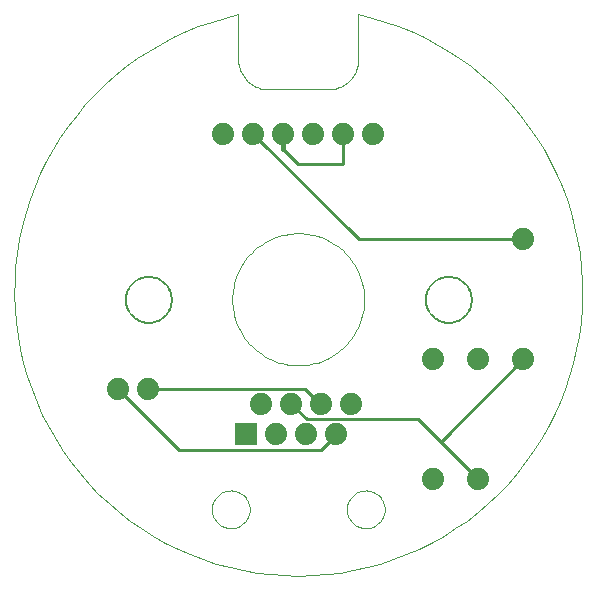
<source format=gbl>
G75*
G70*
%OFA0B0*%
%FSLAX24Y24*%
%IPPOS*%
%LPD*%
%AMOC8*
5,1,8,0,0,1.08239X$1,22.5*
%
%ADD10C,0.0010*%
%ADD11C,0.0000*%
%ADD12C,0.0740*%
%ADD13R,0.0740X0.0740*%
%ADD14C,0.0100*%
%ADD15C,0.0160*%
D10*
X003797Y011402D02*
X003799Y011458D01*
X003805Y011513D01*
X003815Y011568D01*
X003829Y011622D01*
X003846Y011675D01*
X003867Y011726D01*
X003892Y011776D01*
X003921Y011824D01*
X003953Y011869D01*
X003988Y011913D01*
X004025Y011954D01*
X004066Y011991D01*
X004110Y012026D01*
X004155Y012058D01*
X004203Y012087D01*
X004253Y012112D01*
X004304Y012133D01*
X004357Y012150D01*
X004411Y012164D01*
X004466Y012174D01*
X004521Y012180D01*
X004577Y012182D01*
X004633Y012180D01*
X004688Y012174D01*
X004743Y012164D01*
X004797Y012150D01*
X004850Y012133D01*
X004901Y012112D01*
X004951Y012087D01*
X004999Y012058D01*
X005044Y012026D01*
X005088Y011991D01*
X005129Y011954D01*
X005166Y011913D01*
X005201Y011869D01*
X005233Y011824D01*
X005262Y011776D01*
X005287Y011726D01*
X005308Y011675D01*
X005325Y011622D01*
X005339Y011568D01*
X005349Y011513D01*
X005355Y011458D01*
X005357Y011402D01*
X005355Y011346D01*
X005349Y011291D01*
X005339Y011236D01*
X005325Y011182D01*
X005308Y011129D01*
X005287Y011078D01*
X005262Y011028D01*
X005233Y010980D01*
X005201Y010935D01*
X005166Y010891D01*
X005129Y010850D01*
X005088Y010813D01*
X005044Y010778D01*
X004999Y010746D01*
X004951Y010717D01*
X004901Y010692D01*
X004850Y010671D01*
X004797Y010654D01*
X004743Y010640D01*
X004688Y010630D01*
X004633Y010624D01*
X004577Y010622D01*
X004521Y010624D01*
X004466Y010630D01*
X004411Y010640D01*
X004357Y010654D01*
X004304Y010671D01*
X004253Y010692D01*
X004203Y010717D01*
X004155Y010746D01*
X004110Y010778D01*
X004066Y010813D01*
X004025Y010850D01*
X003988Y010891D01*
X003953Y010935D01*
X003921Y010980D01*
X003892Y011028D01*
X003867Y011078D01*
X003846Y011129D01*
X003829Y011182D01*
X003815Y011236D01*
X003805Y011291D01*
X003799Y011346D01*
X003797Y011402D01*
X007377Y011402D02*
X007380Y011510D01*
X007388Y011618D01*
X007401Y011725D01*
X007419Y011831D01*
X007443Y011937D01*
X007472Y012041D01*
X007506Y012143D01*
X007544Y012244D01*
X007588Y012343D01*
X007637Y012439D01*
X007690Y012533D01*
X007748Y012624D01*
X007810Y012713D01*
X007876Y012798D01*
X007947Y012879D01*
X008021Y012958D01*
X008100Y013032D01*
X008181Y013103D01*
X008266Y013169D01*
X008355Y013231D01*
X008446Y013289D01*
X008540Y013342D01*
X008636Y013391D01*
X008735Y013435D01*
X008836Y013473D01*
X008938Y013507D01*
X009042Y013536D01*
X009148Y013560D01*
X009254Y013578D01*
X009361Y013591D01*
X009469Y013599D01*
X009577Y013602D01*
X009685Y013599D01*
X009793Y013591D01*
X009900Y013578D01*
X010006Y013560D01*
X010112Y013536D01*
X010216Y013507D01*
X010318Y013473D01*
X010419Y013435D01*
X010518Y013391D01*
X010614Y013342D01*
X010708Y013289D01*
X010799Y013231D01*
X010888Y013169D01*
X010973Y013103D01*
X011054Y013032D01*
X011133Y012958D01*
X011207Y012879D01*
X011278Y012798D01*
X011344Y012713D01*
X011406Y012624D01*
X011464Y012533D01*
X011517Y012439D01*
X011566Y012343D01*
X011610Y012244D01*
X011648Y012143D01*
X011682Y012041D01*
X011711Y011937D01*
X011735Y011831D01*
X011753Y011725D01*
X011766Y011618D01*
X011774Y011510D01*
X011777Y011402D01*
X011774Y011294D01*
X011766Y011186D01*
X011753Y011079D01*
X011735Y010973D01*
X011711Y010867D01*
X011682Y010763D01*
X011648Y010661D01*
X011610Y010560D01*
X011566Y010461D01*
X011517Y010365D01*
X011464Y010271D01*
X011406Y010180D01*
X011344Y010091D01*
X011278Y010006D01*
X011207Y009925D01*
X011133Y009846D01*
X011054Y009772D01*
X010973Y009701D01*
X010888Y009635D01*
X010799Y009573D01*
X010708Y009515D01*
X010614Y009462D01*
X010518Y009413D01*
X010419Y009369D01*
X010318Y009331D01*
X010216Y009297D01*
X010112Y009268D01*
X010006Y009244D01*
X009900Y009226D01*
X009793Y009213D01*
X009685Y009205D01*
X009577Y009202D01*
X009469Y009205D01*
X009361Y009213D01*
X009254Y009226D01*
X009148Y009244D01*
X009042Y009268D01*
X008938Y009297D01*
X008836Y009331D01*
X008735Y009369D01*
X008636Y009413D01*
X008540Y009462D01*
X008446Y009515D01*
X008355Y009573D01*
X008266Y009635D01*
X008181Y009701D01*
X008100Y009772D01*
X008021Y009846D01*
X007947Y009925D01*
X007876Y010006D01*
X007810Y010091D01*
X007748Y010180D01*
X007690Y010271D01*
X007637Y010365D01*
X007588Y010461D01*
X007544Y010560D01*
X007506Y010661D01*
X007472Y010763D01*
X007443Y010867D01*
X007419Y010973D01*
X007401Y011079D01*
X007388Y011186D01*
X007380Y011294D01*
X007377Y011402D01*
X007577Y020902D02*
X007128Y020794D01*
X006685Y020663D01*
X006249Y020511D01*
X005820Y020338D01*
X005401Y020145D01*
X004992Y019931D01*
X004593Y019697D01*
X004206Y019445D01*
X003833Y019173D01*
X003473Y018884D01*
X003127Y018578D01*
X002797Y018255D01*
X002483Y017916D01*
X002185Y017562D01*
X001906Y017195D01*
X001645Y016814D01*
X001402Y016421D01*
X001179Y016016D01*
X000976Y015601D01*
X000794Y015177D01*
X000632Y014744D01*
X000492Y014304D01*
X000374Y013858D01*
X000277Y013406D01*
X000202Y012950D01*
X000150Y012491D01*
X000121Y012030D01*
X000113Y011568D01*
X000129Y011107D01*
X000167Y010646D01*
X000227Y010188D01*
X000309Y009734D01*
X000414Y009284D01*
X000541Y008840D01*
X000688Y008402D01*
X000858Y007972D01*
X001048Y007551D01*
X001258Y007140D01*
X001488Y006739D01*
X001737Y006351D01*
X002005Y005974D01*
X002291Y005612D01*
X002595Y005263D01*
X002915Y004930D01*
X003251Y004613D01*
X003601Y004313D01*
X003967Y004030D01*
X004345Y003766D01*
X004736Y003520D01*
X005139Y003293D01*
X005552Y003087D01*
X005975Y002900D01*
X006406Y002735D01*
X006845Y002591D01*
X007290Y002468D01*
X007741Y002368D01*
X008196Y002289D01*
X008655Y002233D01*
X009115Y002199D01*
X009577Y002188D01*
X010039Y002199D01*
X010499Y002233D01*
X010958Y002289D01*
X011413Y002368D01*
X011864Y002468D01*
X012309Y002591D01*
X012748Y002735D01*
X013179Y002900D01*
X013602Y003087D01*
X014015Y003293D01*
X014418Y003520D01*
X014809Y003766D01*
X015187Y004030D01*
X015553Y004313D01*
X015903Y004613D01*
X016239Y004930D01*
X016559Y005263D01*
X016863Y005612D01*
X017149Y005974D01*
X017417Y006351D01*
X017666Y006739D01*
X017896Y007140D01*
X018106Y007551D01*
X018296Y007972D01*
X018466Y008402D01*
X018613Y008840D01*
X018740Y009284D01*
X018845Y009734D01*
X018927Y010188D01*
X018987Y010646D01*
X019025Y011107D01*
X019041Y011568D01*
X019033Y012030D01*
X019004Y012491D01*
X018952Y012950D01*
X018877Y013406D01*
X018780Y013858D01*
X018662Y014304D01*
X018522Y014744D01*
X018360Y015177D01*
X018178Y015601D01*
X017975Y016016D01*
X017752Y016421D01*
X017509Y016814D01*
X017248Y017195D01*
X016969Y017562D01*
X016671Y017916D01*
X016357Y018255D01*
X016027Y018578D01*
X015681Y018884D01*
X015321Y019173D01*
X014948Y019445D01*
X014561Y019697D01*
X014162Y019931D01*
X013753Y020145D01*
X013334Y020338D01*
X012905Y020511D01*
X012469Y020663D01*
X012026Y020794D01*
X011577Y020902D01*
X011577Y019402D01*
X011575Y019342D01*
X011570Y019281D01*
X011561Y019222D01*
X011548Y019163D01*
X011532Y019104D01*
X011512Y019047D01*
X011489Y018992D01*
X011462Y018937D01*
X011433Y018885D01*
X011400Y018834D01*
X011364Y018785D01*
X011326Y018739D01*
X011284Y018695D01*
X011240Y018653D01*
X011194Y018615D01*
X011145Y018579D01*
X011094Y018546D01*
X011042Y018517D01*
X010987Y018490D01*
X010932Y018467D01*
X010875Y018447D01*
X010816Y018431D01*
X010757Y018418D01*
X010698Y018409D01*
X010637Y018404D01*
X010577Y018402D01*
X008577Y018402D01*
X008517Y018404D01*
X008456Y018409D01*
X008397Y018418D01*
X008338Y018431D01*
X008279Y018447D01*
X008222Y018467D01*
X008167Y018490D01*
X008112Y018517D01*
X008060Y018546D01*
X008009Y018579D01*
X007960Y018615D01*
X007914Y018653D01*
X007870Y018695D01*
X007828Y018739D01*
X007790Y018785D01*
X007754Y018834D01*
X007721Y018885D01*
X007692Y018937D01*
X007665Y018992D01*
X007642Y019047D01*
X007622Y019104D01*
X007606Y019163D01*
X007593Y019222D01*
X007584Y019281D01*
X007579Y019342D01*
X007577Y019402D01*
X007577Y020902D01*
X013797Y011402D02*
X013799Y011458D01*
X013805Y011513D01*
X013815Y011568D01*
X013829Y011622D01*
X013846Y011675D01*
X013867Y011726D01*
X013892Y011776D01*
X013921Y011824D01*
X013953Y011869D01*
X013988Y011913D01*
X014025Y011954D01*
X014066Y011991D01*
X014110Y012026D01*
X014155Y012058D01*
X014203Y012087D01*
X014253Y012112D01*
X014304Y012133D01*
X014357Y012150D01*
X014411Y012164D01*
X014466Y012174D01*
X014521Y012180D01*
X014577Y012182D01*
X014633Y012180D01*
X014688Y012174D01*
X014743Y012164D01*
X014797Y012150D01*
X014850Y012133D01*
X014901Y012112D01*
X014951Y012087D01*
X014999Y012058D01*
X015044Y012026D01*
X015088Y011991D01*
X015129Y011954D01*
X015166Y011913D01*
X015201Y011869D01*
X015233Y011824D01*
X015262Y011776D01*
X015287Y011726D01*
X015308Y011675D01*
X015325Y011622D01*
X015339Y011568D01*
X015349Y011513D01*
X015355Y011458D01*
X015357Y011402D01*
X015355Y011346D01*
X015349Y011291D01*
X015339Y011236D01*
X015325Y011182D01*
X015308Y011129D01*
X015287Y011078D01*
X015262Y011028D01*
X015233Y010980D01*
X015201Y010935D01*
X015166Y010891D01*
X015129Y010850D01*
X015088Y010813D01*
X015044Y010778D01*
X014999Y010746D01*
X014951Y010717D01*
X014901Y010692D01*
X014850Y010671D01*
X014797Y010654D01*
X014743Y010640D01*
X014688Y010630D01*
X014633Y010624D01*
X014577Y010622D01*
X014521Y010624D01*
X014466Y010630D01*
X014411Y010640D01*
X014357Y010654D01*
X014304Y010671D01*
X014253Y010692D01*
X014203Y010717D01*
X014155Y010746D01*
X014110Y010778D01*
X014066Y010813D01*
X014025Y010850D01*
X013988Y010891D01*
X013953Y010935D01*
X013921Y010980D01*
X013892Y011028D01*
X013867Y011078D01*
X013846Y011129D01*
X013829Y011182D01*
X013815Y011236D01*
X013805Y011291D01*
X013799Y011346D01*
X013797Y011402D01*
D11*
X013827Y011402D02*
X013829Y011456D01*
X013835Y011510D01*
X013845Y011563D01*
X013858Y011616D01*
X013875Y011667D01*
X013896Y011717D01*
X013921Y011765D01*
X013949Y011812D01*
X013980Y011856D01*
X014014Y011898D01*
X014051Y011937D01*
X014091Y011974D01*
X014134Y012007D01*
X014179Y012038D01*
X014226Y012065D01*
X014274Y012088D01*
X014325Y012108D01*
X014376Y012125D01*
X014429Y012137D01*
X014482Y012146D01*
X014536Y012151D01*
X014591Y012152D01*
X014645Y012149D01*
X014698Y012142D01*
X014751Y012131D01*
X014804Y012117D01*
X014855Y012099D01*
X014904Y012077D01*
X014952Y012052D01*
X014998Y012023D01*
X015042Y011991D01*
X015083Y011956D01*
X015121Y011918D01*
X015157Y011877D01*
X015190Y011834D01*
X015220Y011789D01*
X015246Y011741D01*
X015269Y011692D01*
X015288Y011641D01*
X015303Y011590D01*
X015315Y011537D01*
X015323Y011483D01*
X015327Y011429D01*
X015327Y011375D01*
X015323Y011321D01*
X015315Y011267D01*
X015303Y011214D01*
X015288Y011163D01*
X015269Y011112D01*
X015246Y011063D01*
X015220Y011015D01*
X015190Y010970D01*
X015157Y010927D01*
X015121Y010886D01*
X015083Y010848D01*
X015042Y010813D01*
X014998Y010781D01*
X014952Y010752D01*
X014904Y010727D01*
X014855Y010705D01*
X014804Y010687D01*
X014751Y010673D01*
X014698Y010662D01*
X014645Y010655D01*
X014591Y010652D01*
X014536Y010653D01*
X014482Y010658D01*
X014429Y010667D01*
X014376Y010679D01*
X014325Y010696D01*
X014274Y010716D01*
X014226Y010739D01*
X014179Y010766D01*
X014134Y010797D01*
X014091Y010830D01*
X014051Y010867D01*
X014014Y010906D01*
X013980Y010948D01*
X013949Y010992D01*
X013921Y011039D01*
X013896Y011087D01*
X013875Y011137D01*
X013858Y011188D01*
X013845Y011241D01*
X013835Y011294D01*
X013829Y011348D01*
X013827Y011402D01*
X011197Y004402D02*
X011199Y004452D01*
X011205Y004502D01*
X011215Y004551D01*
X011229Y004599D01*
X011246Y004646D01*
X011267Y004691D01*
X011292Y004735D01*
X011320Y004776D01*
X011352Y004815D01*
X011386Y004852D01*
X011423Y004886D01*
X011463Y004916D01*
X011505Y004943D01*
X011549Y004967D01*
X011595Y004988D01*
X011642Y005004D01*
X011690Y005017D01*
X011740Y005026D01*
X011789Y005031D01*
X011840Y005032D01*
X011890Y005029D01*
X011939Y005022D01*
X011988Y005011D01*
X012036Y004996D01*
X012082Y004978D01*
X012127Y004956D01*
X012170Y004930D01*
X012211Y004901D01*
X012250Y004869D01*
X012286Y004834D01*
X012318Y004796D01*
X012348Y004756D01*
X012375Y004713D01*
X012398Y004669D01*
X012417Y004623D01*
X012433Y004575D01*
X012445Y004526D01*
X012453Y004477D01*
X012457Y004427D01*
X012457Y004377D01*
X012453Y004327D01*
X012445Y004278D01*
X012433Y004229D01*
X012417Y004181D01*
X012398Y004135D01*
X012375Y004091D01*
X012348Y004048D01*
X012318Y004008D01*
X012286Y003970D01*
X012250Y003935D01*
X012211Y003903D01*
X012170Y003874D01*
X012127Y003848D01*
X012082Y003826D01*
X012036Y003808D01*
X011988Y003793D01*
X011939Y003782D01*
X011890Y003775D01*
X011840Y003772D01*
X011789Y003773D01*
X011740Y003778D01*
X011690Y003787D01*
X011642Y003800D01*
X011595Y003816D01*
X011549Y003837D01*
X011505Y003861D01*
X011463Y003888D01*
X011423Y003918D01*
X011386Y003952D01*
X011352Y003989D01*
X011320Y004028D01*
X011292Y004069D01*
X011267Y004113D01*
X011246Y004158D01*
X011229Y004205D01*
X011215Y004253D01*
X011205Y004302D01*
X011199Y004352D01*
X011197Y004402D01*
X006697Y004402D02*
X006699Y004452D01*
X006705Y004502D01*
X006715Y004551D01*
X006729Y004599D01*
X006746Y004646D01*
X006767Y004691D01*
X006792Y004735D01*
X006820Y004776D01*
X006852Y004815D01*
X006886Y004852D01*
X006923Y004886D01*
X006963Y004916D01*
X007005Y004943D01*
X007049Y004967D01*
X007095Y004988D01*
X007142Y005004D01*
X007190Y005017D01*
X007240Y005026D01*
X007289Y005031D01*
X007340Y005032D01*
X007390Y005029D01*
X007439Y005022D01*
X007488Y005011D01*
X007536Y004996D01*
X007582Y004978D01*
X007627Y004956D01*
X007670Y004930D01*
X007711Y004901D01*
X007750Y004869D01*
X007786Y004834D01*
X007818Y004796D01*
X007848Y004756D01*
X007875Y004713D01*
X007898Y004669D01*
X007917Y004623D01*
X007933Y004575D01*
X007945Y004526D01*
X007953Y004477D01*
X007957Y004427D01*
X007957Y004377D01*
X007953Y004327D01*
X007945Y004278D01*
X007933Y004229D01*
X007917Y004181D01*
X007898Y004135D01*
X007875Y004091D01*
X007848Y004048D01*
X007818Y004008D01*
X007786Y003970D01*
X007750Y003935D01*
X007711Y003903D01*
X007670Y003874D01*
X007627Y003848D01*
X007582Y003826D01*
X007536Y003808D01*
X007488Y003793D01*
X007439Y003782D01*
X007390Y003775D01*
X007340Y003772D01*
X007289Y003773D01*
X007240Y003778D01*
X007190Y003787D01*
X007142Y003800D01*
X007095Y003816D01*
X007049Y003837D01*
X007005Y003861D01*
X006963Y003888D01*
X006923Y003918D01*
X006886Y003952D01*
X006852Y003989D01*
X006820Y004028D01*
X006792Y004069D01*
X006767Y004113D01*
X006746Y004158D01*
X006729Y004205D01*
X006715Y004253D01*
X006705Y004302D01*
X006699Y004352D01*
X006697Y004402D01*
X003827Y011402D02*
X003829Y011456D01*
X003835Y011510D01*
X003845Y011563D01*
X003858Y011616D01*
X003875Y011667D01*
X003896Y011717D01*
X003921Y011765D01*
X003949Y011812D01*
X003980Y011856D01*
X004014Y011898D01*
X004051Y011937D01*
X004091Y011974D01*
X004134Y012007D01*
X004179Y012038D01*
X004226Y012065D01*
X004274Y012088D01*
X004325Y012108D01*
X004376Y012125D01*
X004429Y012137D01*
X004482Y012146D01*
X004536Y012151D01*
X004591Y012152D01*
X004645Y012149D01*
X004698Y012142D01*
X004751Y012131D01*
X004804Y012117D01*
X004855Y012099D01*
X004904Y012077D01*
X004952Y012052D01*
X004998Y012023D01*
X005042Y011991D01*
X005083Y011956D01*
X005121Y011918D01*
X005157Y011877D01*
X005190Y011834D01*
X005220Y011789D01*
X005246Y011741D01*
X005269Y011692D01*
X005288Y011641D01*
X005303Y011590D01*
X005315Y011537D01*
X005323Y011483D01*
X005327Y011429D01*
X005327Y011375D01*
X005323Y011321D01*
X005315Y011267D01*
X005303Y011214D01*
X005288Y011163D01*
X005269Y011112D01*
X005246Y011063D01*
X005220Y011015D01*
X005190Y010970D01*
X005157Y010927D01*
X005121Y010886D01*
X005083Y010848D01*
X005042Y010813D01*
X004998Y010781D01*
X004952Y010752D01*
X004904Y010727D01*
X004855Y010705D01*
X004804Y010687D01*
X004751Y010673D01*
X004698Y010662D01*
X004645Y010655D01*
X004591Y010652D01*
X004536Y010653D01*
X004482Y010658D01*
X004429Y010667D01*
X004376Y010679D01*
X004325Y010696D01*
X004274Y010716D01*
X004226Y010739D01*
X004179Y010766D01*
X004134Y010797D01*
X004091Y010830D01*
X004051Y010867D01*
X004014Y010906D01*
X003980Y010948D01*
X003949Y010992D01*
X003921Y011039D01*
X003896Y011087D01*
X003875Y011137D01*
X003858Y011188D01*
X003845Y011241D01*
X003835Y011294D01*
X003829Y011348D01*
X003827Y011402D01*
D12*
X003577Y008402D03*
X004577Y008402D03*
X008327Y007902D03*
X009327Y007902D03*
X010327Y007902D03*
X009827Y006902D03*
X008827Y006902D03*
X010827Y006902D03*
X011327Y007902D03*
X014077Y009402D03*
X015577Y009402D03*
X017077Y009402D03*
X017077Y013402D03*
X012077Y016902D03*
X011077Y016902D03*
X010077Y016902D03*
X009077Y016902D03*
X008077Y016902D03*
X007077Y016902D03*
X014077Y005402D03*
X015577Y005402D03*
D13*
X007827Y006902D03*
D14*
X005597Y006382D02*
X003577Y008402D01*
X004577Y008402D02*
X004577Y008422D01*
X009797Y008422D01*
X010277Y007942D01*
X010327Y007902D01*
X009857Y007402D02*
X013577Y007402D01*
X014327Y006652D01*
X017077Y009402D01*
X014327Y006652D02*
X015577Y005402D01*
X010817Y006862D02*
X010827Y006902D01*
X010817Y006862D02*
X010337Y006382D01*
X005597Y006382D01*
X009327Y007902D02*
X009377Y007882D01*
X009857Y007402D01*
X011597Y013402D02*
X017077Y013402D01*
X011597Y013402D02*
X008117Y016882D01*
X008077Y016902D01*
X009077Y016902D02*
X009077Y016942D01*
X009077Y016402D02*
X009577Y015902D01*
X011077Y015902D01*
X011077Y016902D01*
X011057Y016942D01*
D15*
X009077Y016902D02*
X009077Y016402D01*
M02*

</source>
